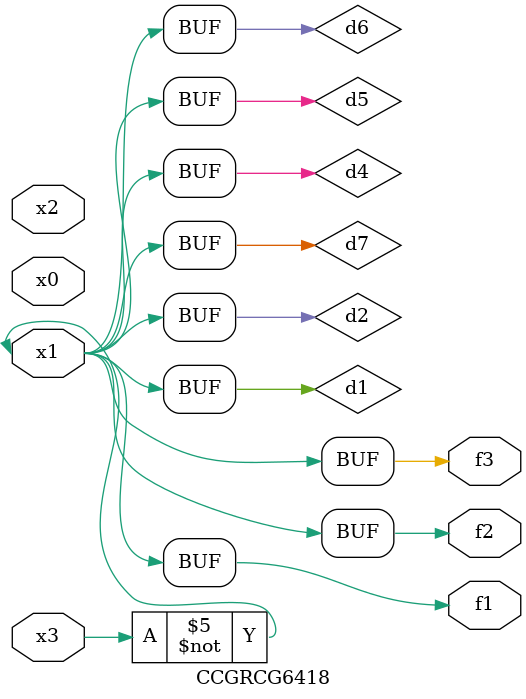
<source format=v>
module CCGRCG6418(
	input x0, x1, x2, x3,
	output f1, f2, f3
);

	wire d1, d2, d3, d4, d5, d6, d7;

	not (d1, x3);
	buf (d2, x1);
	xnor (d3, d1, d2);
	nor (d4, d1);
	buf (d5, d1, d2);
	buf (d6, d4, d5);
	nand (d7, d4);
	assign f1 = d6;
	assign f2 = d7;
	assign f3 = d6;
endmodule

</source>
